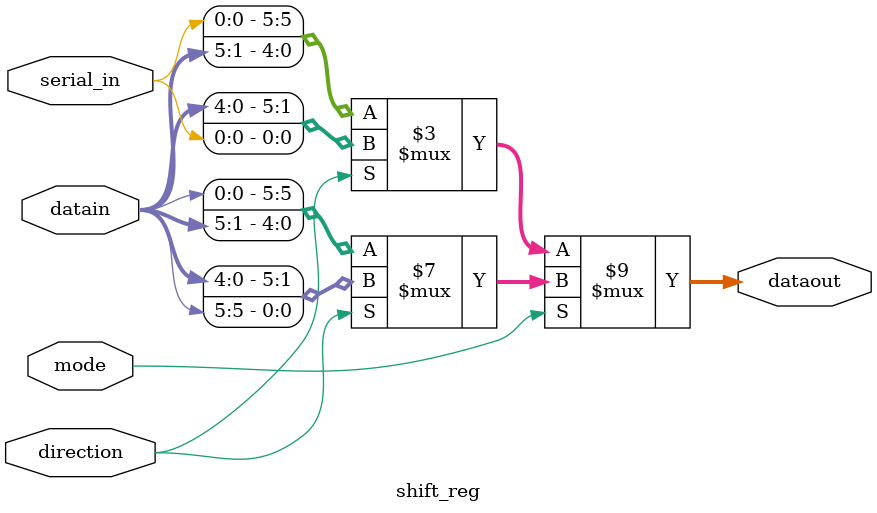
<source format=v>
module shift_reg ( serial_in, direction, mode, datain, dataout);
input  serial_in, direction, mode;
input [5:0] datain;
output reg [5:0] dataout;

   initial begin
      if (mode) begin//rotate
            if (direction) // left
            dataout <= {datain[4:0], datain[5]};
         else
            dataout <= {datain[0], datain[5:1]};
         end
      else begin //shift
         if (direction) // left
            dataout <= {datain[4:0], serial_in};
         else
            dataout <= {serial_in, datain[5:1]};
      end
   end
endmodule
</source>
